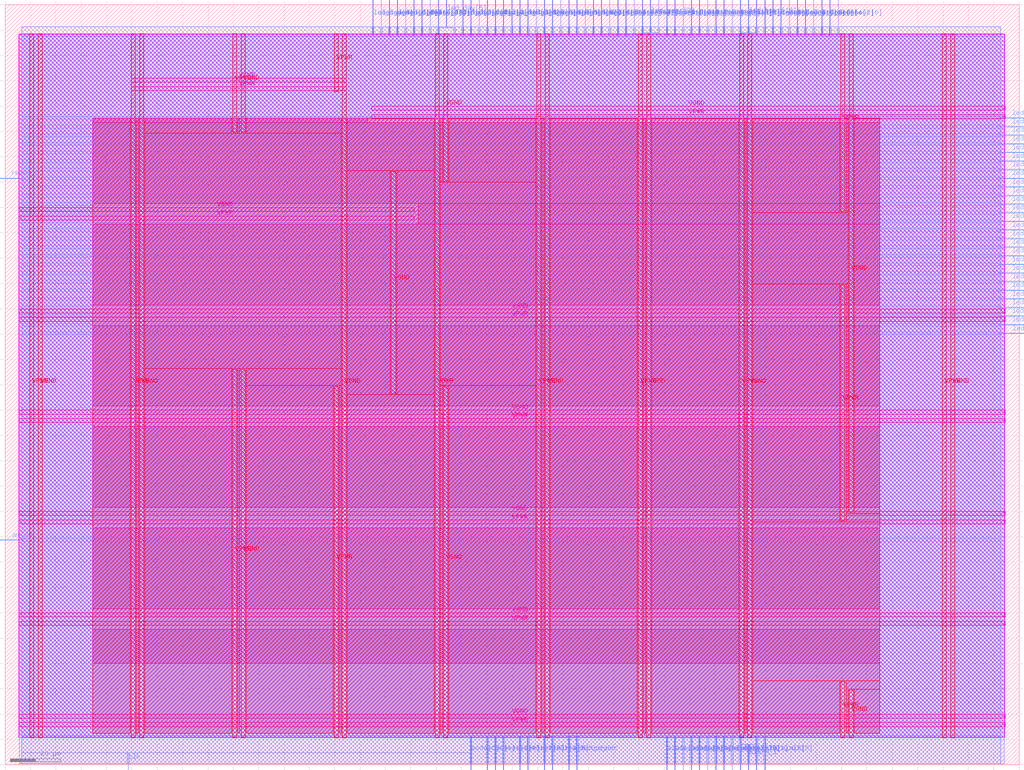
<source format=lef>
VERSION 5.7 ;
  NOWIREEXTENSIONATPIN ON ;
  DIVIDERCHAR "/" ;
  BUSBITCHARS "[]" ;
MACRO clock_century
  CLASS BLOCK ;
  FOREIGN clock_century ;
  ORIGIN 0.000 0.000 ;
  SIZE 400.000 BY 300.000 ;
  PIN VGND
    DIRECTION INOUT ;
    USE GROUND ;
    PORT
      LAYER met4 ;
        RECT 13.020 10.640 14.620 288.560 ;
    END
    PORT
      LAYER met4 ;
        RECT 53.020 10.640 54.620 288.560 ;
    END
    PORT
      LAYER met4 ;
        RECT 93.020 10.640 94.620 155.995 ;
    END
    PORT
      LAYER met4 ;
        RECT 93.020 249.685 94.620 288.560 ;
    END
    PORT
      LAYER met4 ;
        RECT 133.020 10.640 134.620 288.560 ;
    END
    PORT
      LAYER met4 ;
        RECT 173.020 10.640 174.620 149.380 ;
    END
    PORT
      LAYER met4 ;
        RECT 173.020 230.460 174.620 288.560 ;
    END
    PORT
      LAYER met4 ;
        RECT 213.020 10.640 214.620 288.560 ;
    END
    PORT
      LAYER met4 ;
        RECT 253.020 10.640 254.620 288.560 ;
    END
    PORT
      LAYER met4 ;
        RECT 293.020 10.640 294.620 288.560 ;
    END
    PORT
      LAYER met4 ;
        RECT 333.020 10.640 334.620 29.380 ;
    END
    PORT
      LAYER met4 ;
        RECT 333.020 99.580 334.620 288.560 ;
    END
    PORT
      LAYER met4 ;
        RECT 373.020 10.640 374.620 288.560 ;
    END
    PORT
      LAYER met5 ;
        RECT 5.280 18.380 394.460 19.980 ;
    END
    PORT
      LAYER met5 ;
        RECT 5.280 58.380 394.460 59.980 ;
    END
    PORT
      LAYER met5 ;
        RECT 5.280 98.380 394.460 99.980 ;
    END
    PORT
      LAYER met5 ;
        RECT 5.280 138.380 394.460 139.980 ;
    END
    PORT
      LAYER met5 ;
        RECT 5.280 178.380 394.460 179.980 ;
    END
    PORT
      LAYER met5 ;
        RECT 5.280 218.380 161.420 219.980 ;
    END
    PORT
      LAYER met5 ;
        RECT 144.600 258.380 394.460 259.980 ;
    END
    PORT
      LAYER met4 ;
        RECT 152.380 146.640 153.980 234.160 ;
    END
    PORT
      LAYER met5 ;
        RECT 49.720 269.500 134.620 271.100 ;
    END
  END VGND
  PIN VPWR
    DIRECTION INOUT ;
    USE POWER ;
    PORT
      LAYER met4 ;
        RECT 9.720 10.640 11.320 288.560 ;
    END
    PORT
      LAYER met4 ;
        RECT 49.720 10.640 51.320 288.560 ;
    END
    PORT
      LAYER met4 ;
        RECT 89.720 10.640 91.320 155.995 ;
    END
    PORT
      LAYER met4 ;
        RECT 89.720 249.685 91.320 288.560 ;
    END
    PORT
      LAYER met4 ;
        RECT 129.720 10.640 131.320 149.380 ;
    END
    PORT
      LAYER met4 ;
        RECT 129.720 265.820 131.320 288.560 ;
    END
    PORT
      LAYER met4 ;
        RECT 169.720 10.640 171.320 288.560 ;
    END
    PORT
      LAYER met4 ;
        RECT 209.720 10.640 211.320 288.560 ;
    END
    PORT
      LAYER met4 ;
        RECT 249.720 10.640 251.320 288.560 ;
    END
    PORT
      LAYER met4 ;
        RECT 289.720 10.640 291.320 288.560 ;
    END
    PORT
      LAYER met4 ;
        RECT 329.720 10.640 331.320 32.680 ;
    END
    PORT
      LAYER met4 ;
        RECT 329.720 96.280 331.320 189.315 ;
    END
    PORT
      LAYER met4 ;
        RECT 329.720 218.405 331.320 288.560 ;
    END
    PORT
      LAYER met4 ;
        RECT 369.720 10.640 371.320 288.560 ;
    END
    PORT
      LAYER met5 ;
        RECT 5.280 15.080 394.460 16.680 ;
    END
    PORT
      LAYER met5 ;
        RECT 5.280 55.080 394.460 56.680 ;
    END
    PORT
      LAYER met5 ;
        RECT 5.280 95.080 394.460 96.680 ;
    END
    PORT
      LAYER met5 ;
        RECT 5.280 135.080 394.460 136.680 ;
    END
    PORT
      LAYER met5 ;
        RECT 5.280 175.080 394.460 176.680 ;
    END
    PORT
      LAYER met5 ;
        RECT 5.280 215.080 161.420 216.680 ;
    END
    PORT
      LAYER met5 ;
        RECT 144.600 255.080 394.460 256.680 ;
    END
    PORT
      LAYER met5 ;
        RECT 49.720 266.100 134.620 267.700 ;
    END
  END VPWR
  PIN alarm_hour[0]
    DIRECTION INPUT ;
    USE SIGNAL ;
    ANTENNAGATEAREA 0.631200 ;
    ANTENNADIFFAREA 0.434700 ;
    PORT
      LAYER met2 ;
        RECT 260.980 -2.000 261.120 11.260 ;
    END
  END alarm_hour[0]
  PIN alarm_hour[1]
    DIRECTION INPUT ;
    USE SIGNAL ;
    ANTENNAGATEAREA 0.631200 ;
    ANTENNADIFFAREA 0.434700 ;
    PORT
      LAYER met2 ;
        RECT 280.300 -2.000 280.440 11.260 ;
    END
  END alarm_hour[1]
  PIN alarm_hour[2]
    DIRECTION INPUT ;
    USE SIGNAL ;
    ANTENNAGATEAREA 0.631200 ;
    ANTENNADIFFAREA 0.434700 ;
    PORT
      LAYER met2 ;
        RECT 283.520 -2.000 283.660 11.260 ;
    END
  END alarm_hour[2]
  PIN alarm_hour[3]
    DIRECTION INPUT ;
    USE SIGNAL ;
    ANTENNAGATEAREA 0.631200 ;
    ANTENNADIFFAREA 0.434700 ;
    PORT
      LAYER met2 ;
        RECT 277.080 -2.000 277.220 11.260 ;
    END
  END alarm_hour[3]
  PIN alarm_hour[4]
    DIRECTION INPUT ;
    USE SIGNAL ;
    ANTENNAGATEAREA 0.631200 ;
    ANTENNADIFFAREA 0.434700 ;
    PORT
      LAYER met2 ;
        RECT 273.860 -2.000 274.000 11.260 ;
    END
  END alarm_hour[4]
  PIN alarm_i
    DIRECTION INPUT ;
    USE SIGNAL ;
    ANTENNAGATEAREA 0.631200 ;
    ANTENNADIFFAREA 0.434700 ;
    PORT
      LAYER met2 ;
        RECT 293.180 -2.000 293.320 7.890 ;
    END
  END alarm_i
  PIN alarm_min[0]
    DIRECTION INPUT ;
    USE SIGNAL ;
    ANTENNAGATEAREA 0.631200 ;
    ANTENNADIFFAREA 0.434700 ;
    PORT
      LAYER met2 ;
        RECT 299.620 -2.000 299.760 11.260 ;
    END
  END alarm_min[0]
  PIN alarm_min[1]
    DIRECTION INPUT ;
    USE SIGNAL ;
    ANTENNAGATEAREA 0.631200 ;
    ANTENNADIFFAREA 0.434700 ;
    PORT
      LAYER met2 ;
        RECT 289.960 -2.000 290.100 11.260 ;
    END
  END alarm_min[1]
  PIN alarm_min[2]
    DIRECTION INPUT ;
    USE SIGNAL ;
    ANTENNAGATEAREA 0.631200 ;
    ANTENNADIFFAREA 0.434700 ;
    PORT
      LAYER met2 ;
        RECT 296.400 -2.000 296.540 11.260 ;
    END
  END alarm_min[2]
  PIN alarm_min[3]
    DIRECTION INPUT ;
    USE SIGNAL ;
    ANTENNAGATEAREA 0.631200 ;
    ANTENNADIFFAREA 0.434700 ;
    PORT
      LAYER met2 ;
        RECT 286.740 -2.000 286.880 11.260 ;
    END
  END alarm_min[3]
  PIN alarm_min[4]
    DIRECTION INPUT ;
    USE SIGNAL ;
    ANTENNAGATEAREA 0.631200 ;
    ANTENNADIFFAREA 0.434700 ;
    PORT
      LAYER met2 ;
        RECT 267.420 -2.000 267.560 11.260 ;
    END
  END alarm_min[4]
  PIN alarm_min[5]
    DIRECTION INPUT ;
    USE SIGNAL ;
    ANTENNAGATEAREA 0.631200 ;
    ANTENNADIFFAREA 0.434700 ;
    PORT
      LAYER met2 ;
        RECT 264.200 -2.000 264.340 11.260 ;
    END
  END alarm_min[5]
  PIN alarm_o
    DIRECTION OUTPUT ;
    USE SIGNAL ;
    ANTENNADIFFAREA 0.445500 ;
    PORT
      LAYER met2 ;
        RECT 270.640 -2.000 270.780 11.260 ;
    END
  END alarm_o
  PIN am_pm
    DIRECTION INPUT ;
    USE SIGNAL ;
    ANTENNAGATEAREA 0.631200 ;
    ANTENNADIFFAREA 0.434700 ;
    PORT
      LAYER met3 ;
        RECT -2.000 88.590 6.990 88.890 ;
    END
  END am_pm
  PIN button_dec
    DIRECTION INPUT ;
    USE SIGNAL ;
    ANTENNAGATEAREA 0.631200 ;
    ANTENNADIFFAREA 0.434700 ;
    PORT
      LAYER met2 ;
        RECT 225.560 -2.000 225.700 11.260 ;
    END
  END button_dec
  PIN button_inc
    DIRECTION INPUT ;
    USE SIGNAL ;
    ANTENNAGATEAREA 0.631200 ;
    ANTENNADIFFAREA 0.434700 ;
    PORT
      LAYER met2 ;
        RECT 222.340 -2.000 222.480 11.260 ;
    END
  END button_inc
  PIN clk
    DIRECTION INPUT ;
    USE SIGNAL ;
    ANTENNAGATEAREA 1.286700 ;
    ANTENNADIFFAREA 0.434700 ;
    PORT
      LAYER met2 ;
        RECT 48.460 -2.000 48.600 4.490 ;
    END
  END clk
  PIN led_day[0]
    DIRECTION OUTPUT ;
    USE SIGNAL ;
    ANTENNADIFFAREA 0.445500 ;
    PORT
      LAYER met2 ;
        RECT 145.060 287.940 145.200 302.000 ;
    END
  END led_day[0]
  PIN led_day[10]
    DIRECTION OUTPUT ;
    USE SIGNAL ;
    ANTENNADIFFAREA 0.445500 ;
    PORT
      LAYER met2 ;
        RECT 180.480 287.940 180.620 302.000 ;
    END
  END led_day[10]
  PIN led_day[11]
    DIRECTION OUTPUT ;
    USE SIGNAL ;
    ANTENNADIFFAREA 0.445500 ;
    PORT
      LAYER met2 ;
        RECT 157.940 287.940 158.080 302.000 ;
    END
  END led_day[11]
  PIN led_day[12]
    DIRECTION OUTPUT ;
    USE SIGNAL ;
    ANTENNADIFFAREA 0.445500 ;
    PORT
      LAYER met2 ;
        RECT 203.020 287.940 203.160 302.000 ;
    END
  END led_day[12]
  PIN led_day[13]
    DIRECTION OUTPUT ;
    USE SIGNAL ;
    ANTENNADIFFAREA 0.445500 ;
    PORT
      LAYER met2 ;
        RECT 164.380 287.940 164.520 302.000 ;
    END
  END led_day[13]
  PIN led_day[1]
    DIRECTION OUTPUT ;
    USE SIGNAL ;
    ANTENNADIFFAREA 0.445500 ;
    PORT
      LAYER met2 ;
        RECT 183.700 287.940 183.840 302.000 ;
    END
  END led_day[1]
  PIN led_day[2]
    DIRECTION OUTPUT ;
    USE SIGNAL ;
    ANTENNADIFFAREA 0.445500 ;
    PORT
      LAYER met2 ;
        RECT 154.720 287.940 154.860 302.000 ;
    END
  END led_day[2]
  PIN led_day[3]
    DIRECTION OUTPUT ;
    USE SIGNAL ;
    ANTENNADIFFAREA 0.445500 ;
    PORT
      LAYER met2 ;
        RECT 170.820 287.940 170.960 302.000 ;
    END
  END led_day[3]
  PIN led_day[4]
    DIRECTION OUTPUT ;
    USE SIGNAL ;
    ANTENNADIFFAREA 0.445500 ;
    PORT
      LAYER met2 ;
        RECT 186.920 287.940 187.060 302.000 ;
    END
  END led_day[4]
  PIN led_day[5]
    DIRECTION OUTPUT ;
    USE SIGNAL ;
    ANTENNADIFFAREA 0.445500 ;
    PORT
      LAYER met2 ;
        RECT 174.040 291.310 174.180 302.000 ;
    END
  END led_day[5]
  PIN led_day[6]
    DIRECTION OUTPUT ;
    USE SIGNAL ;
    ANTENNADIFFAREA 0.445500 ;
    PORT
      LAYER met2 ;
        RECT 193.360 287.940 193.500 302.000 ;
    END
  END led_day[6]
  PIN led_day[7]
    DIRECTION OUTPUT ;
    USE SIGNAL ;
    ANTENNADIFFAREA 0.445500 ;
    PORT
      LAYER met2 ;
        RECT 167.600 287.940 167.740 302.000 ;
    END
  END led_day[7]
  PIN led_day[8]
    DIRECTION OUTPUT ;
    USE SIGNAL ;
    ANTENNADIFFAREA 0.445500 ;
    PORT
      LAYER met2 ;
        RECT 177.260 287.940 177.400 302.000 ;
    END
  END led_day[8]
  PIN led_day[9]
    DIRECTION OUTPUT ;
    USE SIGNAL ;
    ANTENNADIFFAREA 0.445500 ;
    PORT
      LAYER met2 ;
        RECT 190.140 287.940 190.280 302.000 ;
    END
  END led_day[9]
  PIN led_hour[0]
    DIRECTION OUTPUT ;
    USE SIGNAL ;
    ANTENNADIFFAREA 0.445500 ;
    PORT
      LAYER met2 ;
        RECT 328.600 287.940 328.740 302.000 ;
    END
  END led_hour[0]
  PIN led_hour[10]
    DIRECTION OUTPUT ;
    USE SIGNAL ;
    ANTENNADIFFAREA 0.445500 ;
    PORT
      LAYER met2 ;
        RECT 309.280 287.940 309.420 302.000 ;
    END
  END led_hour[10]
  PIN led_hour[11]
    DIRECTION OUTPUT ;
    USE SIGNAL ;
    ANTENNADIFFAREA 0.445500 ;
    PORT
      LAYER met2 ;
        RECT 296.400 287.940 296.540 302.000 ;
    END
  END led_hour[11]
  PIN led_hour[12]
    DIRECTION OUTPUT ;
    USE SIGNAL ;
    ANTENNADIFFAREA 0.445500 ;
    PORT
      LAYER met2 ;
        RECT 283.520 287.940 283.660 302.000 ;
    END
  END led_hour[12]
  PIN led_hour[13]
    DIRECTION OUTPUT ;
    USE SIGNAL ;
    ANTENNADIFFAREA 0.445500 ;
    PORT
      LAYER met2 ;
        RECT 293.180 289.270 293.320 302.000 ;
    END
  END led_hour[13]
  PIN led_hour[1]
    DIRECTION OUTPUT ;
    USE SIGNAL ;
    ANTENNADIFFAREA 0.445500 ;
    PORT
      LAYER met2 ;
        RECT 264.200 287.940 264.340 302.000 ;
    END
  END led_hour[1]
  PIN led_hour[2]
    DIRECTION OUTPUT ;
    USE SIGNAL ;
    ANTENNADIFFAREA 0.445500 ;
    PORT
      LAYER met2 ;
        RECT 306.060 287.940 306.200 302.000 ;
    END
  END led_hour[2]
  PIN led_hour[3]
    DIRECTION OUTPUT ;
    USE SIGNAL ;
    ANTENNADIFFAREA 0.445500 ;
    PORT
      LAYER met2 ;
        RECT 267.420 287.940 267.560 302.000 ;
    END
  END led_hour[3]
  PIN led_hour[4]
    DIRECTION OUTPUT ;
    USE SIGNAL ;
    ANTENNADIFFAREA 0.445500 ;
    PORT
      LAYER met2 ;
        RECT 302.840 287.940 302.980 302.000 ;
    END
  END led_hour[4]
  PIN led_hour[5]
    DIRECTION OUTPUT ;
    USE SIGNAL ;
    ANTENNADIFFAREA 0.445500 ;
    PORT
      LAYER met2 ;
        RECT 270.640 287.940 270.780 302.000 ;
    END
  END led_hour[5]
  PIN led_hour[6]
    DIRECTION OUTPUT ;
    USE SIGNAL ;
    ANTENNADIFFAREA 0.445500 ;
    PORT
      LAYER met2 ;
        RECT 299.620 287.940 299.760 302.000 ;
    END
  END led_hour[6]
  PIN led_hour[7]
    DIRECTION OUTPUT ;
    USE SIGNAL ;
    ANTENNADIFFAREA 0.445500 ;
    PORT
      LAYER met2 ;
        RECT 273.860 287.940 274.000 302.000 ;
    END
  END led_hour[7]
  PIN led_hour[8]
    DIRECTION OUTPUT ;
    USE SIGNAL ;
    ANTENNADIFFAREA 0.445500 ;
    PORT
      LAYER met2 ;
        RECT 277.080 287.940 277.220 302.000 ;
    END
  END led_hour[8]
  PIN led_hour[9]
    DIRECTION OUTPUT ;
    USE SIGNAL ;
    ANTENNADIFFAREA 0.445500 ;
    PORT
      LAYER met2 ;
        RECT 280.300 287.940 280.440 302.000 ;
    END
  END led_hour[9]
  PIN led_min[0]
    DIRECTION OUTPUT ;
    USE SIGNAL ;
    ANTENNADIFFAREA 0.445500 ;
    PORT
      LAYER met2 ;
        RECT 286.740 287.940 286.880 302.000 ;
    END
  END led_min[0]
  PIN led_min[10]
    DIRECTION OUTPUT ;
    USE SIGNAL ;
    ANTENNADIFFAREA 0.445500 ;
    PORT
      LAYER met3 ;
        RECT 392.290 255.190 402.000 255.490 ;
    END
  END led_min[10]
  PIN led_min[11]
    DIRECTION OUTPUT ;
    USE SIGNAL ;
    ANTENNADIFFAREA 0.445500 ;
    PORT
      LAYER met3 ;
        RECT 392.290 238.190 402.000 238.490 ;
    END
  END led_min[11]
  PIN led_min[12]
    DIRECTION OUTPUT ;
    USE SIGNAL ;
    ANTENNADIFFAREA 0.445500 ;
    PORT
      LAYER met3 ;
        RECT 392.750 170.190 402.000 170.490 ;
    END
  END led_min[12]
  PIN led_min[13]
    DIRECTION OUTPUT ;
    USE SIGNAL ;
    ANTENNADIFFAREA 0.445500 ;
    PORT
      LAYER met3 ;
        RECT 392.290 210.990 402.000 211.290 ;
    END
  END led_min[13]
  PIN led_min[1]
    DIRECTION OUTPUT ;
    USE SIGNAL ;
    ANTENNADIFFAREA 0.445500 ;
    PORT
      LAYER met2 ;
        RECT 289.960 287.940 290.100 302.000 ;
    END
  END led_min[1]
  PIN led_min[2]
    DIRECTION OUTPUT ;
    USE SIGNAL ;
    ANTENNADIFFAREA 0.445500 ;
    PORT
      LAYER met3 ;
        RECT 392.290 176.990 402.000 177.290 ;
    END
  END led_min[2]
  PIN led_min[3]
    DIRECTION OUTPUT ;
    USE SIGNAL ;
    ANTENNADIFFAREA 0.445500 ;
    PORT
      LAYER met3 ;
        RECT 392.290 217.790 402.000 218.090 ;
    END
  END led_min[3]
  PIN led_min[4]
    DIRECTION OUTPUT ;
    USE SIGNAL ;
    ANTENNADIFFAREA 0.445500 ;
    PORT
      LAYER met3 ;
        RECT 392.290 244.990 402.000 245.290 ;
    END
  END led_min[4]
  PIN led_min[5]
    DIRECTION OUTPUT ;
    USE SIGNAL ;
    ANTENNADIFFAREA 0.445500 ;
    PORT
      LAYER met3 ;
        RECT 392.290 224.590 402.000 224.890 ;
    END
  END led_min[5]
  PIN led_min[6]
    DIRECTION OUTPUT ;
    USE SIGNAL ;
    ANTENNADIFFAREA 0.445500 ;
    PORT
      LAYER met3 ;
        RECT 392.290 197.390 402.000 197.690 ;
    END
  END led_min[6]
  PIN led_min[7]
    DIRECTION OUTPUT ;
    USE SIGNAL ;
    ANTENNADIFFAREA 0.445500 ;
    PORT
      LAYER met3 ;
        RECT 392.290 183.790 402.000 184.090 ;
    END
  END led_min[7]
  PIN led_min[8]
    DIRECTION OUTPUT ;
    USE SIGNAL ;
    ANTENNADIFFAREA 0.445500 ;
    PORT
      LAYER met3 ;
        RECT 392.290 193.990 402.000 194.290 ;
    END
  END led_min[8]
  PIN led_min[9]
    DIRECTION OUTPUT ;
    USE SIGNAL ;
    ANTENNADIFFAREA 0.445500 ;
    PORT
      LAYER met3 ;
        RECT 392.290 227.990 402.000 228.290 ;
    END
  END led_min[9]
  PIN led_month[0]
    DIRECTION OUTPUT ;
    USE SIGNAL ;
    ANTENNADIFFAREA 0.445500 ;
    PORT
      LAYER met2 ;
        RECT 206.240 287.940 206.380 302.000 ;
    END
  END led_month[0]
  PIN led_month[10]
    DIRECTION OUTPUT ;
    USE SIGNAL ;
    ANTENNADIFFAREA 0.445500 ;
    PORT
      LAYER met2 ;
        RECT 151.500 287.940 151.640 302.000 ;
    END
  END led_month[10]
  PIN led_month[11]
    DIRECTION OUTPUT ;
    USE SIGNAL ;
    ANTENNADIFFAREA 0.445500 ;
    PORT
      LAYER met2 ;
        RECT 228.780 287.940 228.920 302.000 ;
    END
  END led_month[11]
  PIN led_month[12]
    DIRECTION OUTPUT ;
    USE SIGNAL ;
    ANTENNADIFFAREA 0.445500 ;
    PORT
      LAYER met2 ;
        RECT 222.340 287.940 222.480 302.000 ;
    END
  END led_month[12]
  PIN led_month[13]
    DIRECTION OUTPUT ;
    USE SIGNAL ;
    ANTENNADIFFAREA 0.445500 ;
    PORT
      LAYER met2 ;
        RECT 232.000 287.940 232.140 302.000 ;
    END
  END led_month[13]
  PIN led_month[1]
    DIRECTION OUTPUT ;
    USE SIGNAL ;
    ANTENNADIFFAREA 0.445500 ;
    PORT
      LAYER met2 ;
        RECT 209.460 287.940 209.600 302.000 ;
    END
  END led_month[1]
  PIN led_month[2]
    DIRECTION OUTPUT ;
    USE SIGNAL ;
    ANTENNADIFFAREA 0.445500 ;
    PORT
      LAYER met2 ;
        RECT 212.680 287.940 212.820 302.000 ;
    END
  END led_month[2]
  PIN led_month[3]
    DIRECTION OUTPUT ;
    USE SIGNAL ;
    ANTENNADIFFAREA 0.445500 ;
    PORT
      LAYER met2 ;
        RECT 161.160 287.940 161.300 302.000 ;
    END
  END led_month[3]
  PIN led_month[4]
    DIRECTION OUTPUT ;
    USE SIGNAL ;
    ANTENNADIFFAREA 0.445500 ;
    PORT
      LAYER met2 ;
        RECT 199.800 287.940 199.940 302.000 ;
    END
  END led_month[4]
  PIN led_month[5]
    DIRECTION OUTPUT ;
    USE SIGNAL ;
    ANTENNADIFFAREA 0.445500 ;
    PORT
      LAYER met2 ;
        RECT 148.280 287.940 148.420 302.000 ;
    END
  END led_month[5]
  PIN led_month[6]
    DIRECTION OUTPUT ;
    USE SIGNAL ;
    ANTENNADIFFAREA 0.445500 ;
    PORT
      LAYER met2 ;
        RECT 215.900 287.940 216.040 302.000 ;
    END
  END led_month[6]
  PIN led_month[7]
    DIRECTION OUTPUT ;
    USE SIGNAL ;
    ANTENNADIFFAREA 0.445500 ;
    PORT
      LAYER met2 ;
        RECT 196.580 287.940 196.720 302.000 ;
    END
  END led_month[7]
  PIN led_month[8]
    DIRECTION OUTPUT ;
    USE SIGNAL ;
    ANTENNADIFFAREA 0.445500 ;
    PORT
      LAYER met2 ;
        RECT 219.120 287.940 219.260 302.000 ;
    END
  END led_month[8]
  PIN led_month[9]
    DIRECTION OUTPUT ;
    USE SIGNAL ;
    ANTENNADIFFAREA 0.445500 ;
    PORT
      LAYER met2 ;
        RECT 225.560 287.940 225.700 302.000 ;
    END
  END led_month[9]
  PIN led_sec[0]
    DIRECTION OUTPUT ;
    USE SIGNAL ;
    ANTENNADIFFAREA 0.445500 ;
    PORT
      LAYER met3 ;
        RECT 392.290 251.790 402.000 252.090 ;
    END
  END led_sec[0]
  PIN led_sec[10]
    DIRECTION OUTPUT ;
    USE SIGNAL ;
    ANTENNADIFFAREA 0.445500 ;
    PORT
      LAYER met3 ;
        RECT 392.290 231.390 402.000 231.690 ;
    END
  END led_sec[10]
  PIN led_sec[11]
    DIRECTION OUTPUT ;
    USE SIGNAL ;
    ANTENNADIFFAREA 0.445500 ;
    PORT
      LAYER met3 ;
        RECT 392.290 248.390 402.000 248.690 ;
    END
  END led_sec[11]
  PIN led_sec[12]
    DIRECTION OUTPUT ;
    USE SIGNAL ;
    ANTENNADIFFAREA 0.445500 ;
    PORT
      LAYER met3 ;
        RECT 392.290 234.790 402.000 235.090 ;
    END
  END led_sec[12]
  PIN led_sec[13]
    DIRECTION OUTPUT ;
    USE SIGNAL ;
    ANTENNADIFFAREA 0.445500 ;
    PORT
      LAYER met3 ;
        RECT 392.290 200.790 402.000 201.090 ;
    END
  END led_sec[13]
  PIN led_sec[1]
    DIRECTION OUTPUT ;
    USE SIGNAL ;
    ANTENNADIFFAREA 0.445500 ;
    PORT
      LAYER met3 ;
        RECT 392.290 173.590 402.000 173.890 ;
    END
  END led_sec[1]
  PIN led_sec[2]
    DIRECTION OUTPUT ;
    USE SIGNAL ;
    ANTENNADIFFAREA 0.445500 ;
    PORT
      LAYER met3 ;
        RECT 392.290 221.190 402.000 221.490 ;
    END
  END led_sec[2]
  PIN led_sec[3]
    DIRECTION OUTPUT ;
    USE SIGNAL ;
    ANTENNADIFFAREA 0.445500 ;
    PORT
      LAYER met3 ;
        RECT 392.290 187.190 402.000 187.490 ;
    END
  END led_sec[3]
  PIN led_sec[4]
    DIRECTION OUTPUT ;
    USE SIGNAL ;
    ANTENNADIFFAREA 0.445500 ;
    PORT
      LAYER met3 ;
        RECT 392.290 241.590 402.000 241.890 ;
    END
  END led_sec[4]
  PIN led_sec[5]
    DIRECTION OUTPUT ;
    USE SIGNAL ;
    ANTENNADIFFAREA 0.445500 ;
    PORT
      LAYER met3 ;
        RECT 392.290 214.390 402.000 214.690 ;
    END
  END led_sec[5]
  PIN led_sec[6]
    DIRECTION OUTPUT ;
    USE SIGNAL ;
    ANTENNADIFFAREA 0.445500 ;
    PORT
      LAYER met3 ;
        RECT 392.290 190.590 402.000 190.890 ;
    END
  END led_sec[6]
  PIN led_sec[7]
    DIRECTION OUTPUT ;
    USE SIGNAL ;
    ANTENNADIFFAREA 0.445500 ;
    PORT
      LAYER met3 ;
        RECT 392.290 180.390 402.000 180.690 ;
    END
  END led_sec[7]
  PIN led_sec[8]
    DIRECTION OUTPUT ;
    USE SIGNAL ;
    ANTENNADIFFAREA 0.445500 ;
    PORT
      LAYER met3 ;
        RECT 392.290 204.190 402.000 204.490 ;
    END
  END led_sec[8]
  PIN led_sec[9]
    DIRECTION OUTPUT ;
    USE SIGNAL ;
    ANTENNADIFFAREA 0.445500 ;
    PORT
      LAYER met3 ;
        RECT 392.290 207.590 402.000 207.890 ;
    END
  END led_sec[9]
  PIN led_year[0]
    DIRECTION OUTPUT ;
    USE SIGNAL ;
    ANTENNADIFFAREA 0.445500 ;
    PORT
      LAYER met2 ;
        RECT 235.220 287.940 235.360 302.000 ;
    END
  END led_year[0]
  PIN led_year[10]
    DIRECTION OUTPUT ;
    USE SIGNAL ;
    ANTENNADIFFAREA 0.445500 ;
    PORT
      LAYER met2 ;
        RECT 315.720 287.940 315.860 302.000 ;
    END
  END led_year[10]
  PIN led_year[11]
    DIRECTION OUTPUT ;
    USE SIGNAL ;
    ANTENNADIFFAREA 0.445500 ;
    PORT
      LAYER met2 ;
        RECT 312.500 287.940 312.640 302.000 ;
    END
  END led_year[11]
  PIN led_year[12]
    DIRECTION OUTPUT ;
    USE SIGNAL ;
    ANTENNADIFFAREA 0.445500 ;
    PORT
      LAYER met2 ;
        RECT 257.760 287.940 257.900 302.000 ;
    END
  END led_year[12]
  PIN led_year[13]
    DIRECTION OUTPUT ;
    USE SIGNAL ;
    ANTENNADIFFAREA 0.445500 ;
    PORT
      LAYER met2 ;
        RECT 260.980 287.940 261.120 302.000 ;
    END
  END led_year[13]
  PIN led_year[1]
    DIRECTION OUTPUT ;
    USE SIGNAL ;
    ANTENNADIFFAREA 0.445500 ;
    PORT
      LAYER met2 ;
        RECT 238.440 287.940 238.580 302.000 ;
    END
  END led_year[1]
  PIN led_year[2]
    DIRECTION OUTPUT ;
    USE SIGNAL ;
    ANTENNADIFFAREA 0.445500 ;
    PORT
      LAYER met2 ;
        RECT 325.380 287.940 325.520 302.000 ;
    END
  END led_year[2]
  PIN led_year[3]
    DIRECTION OUTPUT ;
    USE SIGNAL ;
    ANTENNADIFFAREA 0.445500 ;
    PORT
      LAYER met2 ;
        RECT 241.660 287.940 241.800 302.000 ;
    END
  END led_year[3]
  PIN led_year[4]
    DIRECTION OUTPUT ;
    USE SIGNAL ;
    ANTENNADIFFAREA 0.445500 ;
    PORT
      LAYER met2 ;
        RECT 322.160 287.940 322.300 302.000 ;
    END
  END led_year[4]
  PIN led_year[5]
    DIRECTION OUTPUT ;
    USE SIGNAL ;
    ANTENNADIFFAREA 0.445500 ;
    PORT
      LAYER met2 ;
        RECT 244.880 287.940 245.020 302.000 ;
    END
  END led_year[5]
  PIN led_year[6]
    DIRECTION OUTPUT ;
    USE SIGNAL ;
    ANTENNADIFFAREA 0.445500 ;
    PORT
      LAYER met2 ;
        RECT 318.940 287.940 319.080 302.000 ;
    END
  END led_year[6]
  PIN led_year[7]
    DIRECTION OUTPUT ;
    USE SIGNAL ;
    ANTENNADIFFAREA 0.445500 ;
    PORT
      LAYER met2 ;
        RECT 248.100 287.940 248.240 302.000 ;
    END
  END led_year[7]
  PIN led_year[8]
    DIRECTION OUTPUT ;
    USE SIGNAL ;
    ANTENNADIFFAREA 0.445500 ;
    PORT
      LAYER met2 ;
        RECT 251.320 287.940 251.460 302.000 ;
    END
  END led_year[8]
  PIN led_year[9]
    DIRECTION OUTPUT ;
    USE SIGNAL ;
    ANTENNADIFFAREA 0.445500 ;
    PORT
      LAYER met2 ;
        RECT 254.540 289.270 254.680 302.000 ;
    END
  END led_year[9]
  PIN mode[0]
    DIRECTION INPUT ;
    USE SIGNAL ;
    ANTENNAGATEAREA 0.631200 ;
    ANTENNADIFFAREA 0.434700 ;
    PORT
      LAYER met2 ;
        RECT 183.700 -2.000 183.840 11.260 ;
    END
  END mode[0]
  PIN mode[1]
    DIRECTION INPUT ;
    USE SIGNAL ;
    ANTENNAGATEAREA 0.631200 ;
    ANTENNADIFFAREA 0.434700 ;
    PORT
      LAYER met2 ;
        RECT 190.140 -2.000 190.280 11.260 ;
    END
  END mode[1]
  PIN reset_n
    DIRECTION INPUT ;
    USE SIGNAL ;
    ANTENNAGATEAREA 0.631200 ;
    ANTENNADIFFAREA 0.434700 ;
    PORT
      LAYER met3 ;
        RECT -2.000 231.390 6.530 231.690 ;
    END
  END reset_n
  PIN select[0]
    DIRECTION INPUT ;
    USE SIGNAL ;
    ANTENNAGATEAREA 0.631200 ;
    ANTENNADIFFAREA 0.434700 ;
    PORT
      LAYER met2 ;
        RECT 193.360 -2.000 193.500 11.260 ;
    END
  END select[0]
  PIN select[1]
    DIRECTION INPUT ;
    USE SIGNAL ;
    ANTENNAGATEAREA 0.631200 ;
    ANTENNADIFFAREA 0.434700 ;
    PORT
      LAYER met2 ;
        RECT 196.580 -2.000 196.720 11.260 ;
    END
  END select[1]
  PIN select[2]
    DIRECTION INPUT ;
    USE SIGNAL ;
    ANTENNAGATEAREA 0.631200 ;
    ANTENNADIFFAREA 0.434700 ;
    PORT
      LAYER met2 ;
        RECT 203.020 -2.000 203.160 11.260 ;
    END
  END select[2]
  PIN select[3]
    DIRECTION INPUT ;
    USE SIGNAL ;
    ANTENNAGATEAREA 0.631200 ;
    ANTENNADIFFAREA 0.434700 ;
    PORT
      LAYER met2 ;
        RECT 206.240 -2.000 206.380 11.260 ;
    END
  END select[3]
  PIN select[4]
    DIRECTION INPUT ;
    USE SIGNAL ;
    ANTENNAGATEAREA 0.631200 ;
    ANTENNADIFFAREA 0.434700 ;
    PORT
      LAYER met2 ;
        RECT 212.680 -2.000 212.820 11.260 ;
    END
  END select[4]
  PIN select[5]
    DIRECTION INPUT ;
    USE SIGNAL ;
    ANTENNAGATEAREA 0.631200 ;
    ANTENNADIFFAREA 0.434700 ;
    PORT
      LAYER met2 ;
        RECT 215.900 -2.000 216.040 11.260 ;
    END
  END select[5]
  OBS
      LAYER nwell ;
        RECT 5.330 10.795 394.410 288.405 ;
      LAYER li1 ;
        RECT 5.520 10.795 394.220 288.405 ;
      LAYER met1 ;
        RECT 5.520 0.380 394.220 288.560 ;
      LAYER met2 ;
        RECT 6.530 287.660 144.780 291.450 ;
        RECT 145.480 287.660 148.000 291.450 ;
        RECT 148.700 287.660 151.220 291.450 ;
        RECT 151.920 287.660 154.440 291.450 ;
        RECT 155.140 287.660 157.660 291.450 ;
        RECT 158.360 287.660 160.880 291.450 ;
        RECT 161.580 287.660 164.100 291.450 ;
        RECT 164.800 287.660 167.320 291.450 ;
        RECT 168.020 287.660 170.540 291.450 ;
        RECT 171.240 291.030 173.760 291.450 ;
        RECT 174.460 291.030 176.980 291.450 ;
        RECT 171.240 287.660 176.980 291.030 ;
        RECT 177.680 287.660 180.200 291.450 ;
        RECT 180.900 287.660 183.420 291.450 ;
        RECT 184.120 287.660 186.640 291.450 ;
        RECT 187.340 287.660 189.860 291.450 ;
        RECT 190.560 287.660 193.080 291.450 ;
        RECT 193.780 287.660 196.300 291.450 ;
        RECT 197.000 287.660 199.520 291.450 ;
        RECT 200.220 287.660 202.740 291.450 ;
        RECT 203.440 287.660 205.960 291.450 ;
        RECT 206.660 287.660 209.180 291.450 ;
        RECT 209.880 287.660 212.400 291.450 ;
        RECT 213.100 287.660 215.620 291.450 ;
        RECT 216.320 287.660 218.840 291.450 ;
        RECT 219.540 287.660 222.060 291.450 ;
        RECT 222.760 287.660 225.280 291.450 ;
        RECT 225.980 287.660 228.500 291.450 ;
        RECT 229.200 287.660 231.720 291.450 ;
        RECT 232.420 287.660 234.940 291.450 ;
        RECT 235.640 287.660 238.160 291.450 ;
        RECT 238.860 287.660 241.380 291.450 ;
        RECT 242.080 287.660 244.600 291.450 ;
        RECT 245.300 287.660 247.820 291.450 ;
        RECT 248.520 287.660 251.040 291.450 ;
        RECT 251.740 288.990 254.260 291.450 ;
        RECT 254.960 288.990 257.480 291.450 ;
        RECT 251.740 287.660 257.480 288.990 ;
        RECT 258.180 287.660 260.700 291.450 ;
        RECT 261.400 287.660 263.920 291.450 ;
        RECT 264.620 287.660 267.140 291.450 ;
        RECT 267.840 287.660 270.360 291.450 ;
        RECT 271.060 287.660 273.580 291.450 ;
        RECT 274.280 287.660 276.800 291.450 ;
        RECT 277.500 287.660 280.020 291.450 ;
        RECT 280.720 287.660 283.240 291.450 ;
        RECT 283.940 287.660 286.460 291.450 ;
        RECT 287.160 287.660 289.680 291.450 ;
        RECT 290.380 288.990 292.900 291.450 ;
        RECT 293.600 288.990 296.120 291.450 ;
        RECT 290.380 287.660 296.120 288.990 ;
        RECT 296.820 287.660 299.340 291.450 ;
        RECT 300.040 287.660 302.560 291.450 ;
        RECT 303.260 287.660 305.780 291.450 ;
        RECT 306.480 287.660 309.000 291.450 ;
        RECT 309.700 287.660 312.220 291.450 ;
        RECT 312.920 287.660 315.440 291.450 ;
        RECT 316.140 287.660 318.660 291.450 ;
        RECT 319.360 287.660 321.880 291.450 ;
        RECT 322.580 287.660 325.100 291.450 ;
        RECT 325.800 287.660 328.320 291.450 ;
        RECT 329.020 287.660 392.750 291.450 ;
        RECT 6.530 11.540 392.750 287.660 ;
        RECT 6.530 4.770 183.420 11.540 ;
        RECT 6.530 0.350 48.180 4.770 ;
        RECT 48.880 0.350 183.420 4.770 ;
        RECT 184.120 0.350 189.860 11.540 ;
        RECT 190.560 0.350 193.080 11.540 ;
        RECT 193.780 0.350 196.300 11.540 ;
        RECT 197.000 0.350 202.740 11.540 ;
        RECT 203.440 0.350 205.960 11.540 ;
        RECT 206.660 0.350 212.400 11.540 ;
        RECT 213.100 0.350 215.620 11.540 ;
        RECT 216.320 0.350 222.060 11.540 ;
        RECT 222.760 0.350 225.280 11.540 ;
        RECT 225.980 0.350 260.700 11.540 ;
        RECT 261.400 0.350 263.920 11.540 ;
        RECT 264.620 0.350 267.140 11.540 ;
        RECT 267.840 0.350 270.360 11.540 ;
        RECT 271.060 0.350 273.580 11.540 ;
        RECT 274.280 0.350 276.800 11.540 ;
        RECT 277.500 0.350 280.020 11.540 ;
        RECT 280.720 0.350 283.240 11.540 ;
        RECT 283.940 0.350 286.460 11.540 ;
        RECT 287.160 0.350 289.680 11.540 ;
        RECT 290.380 8.170 296.120 11.540 ;
        RECT 290.380 0.350 292.900 8.170 ;
        RECT 293.600 0.350 296.120 8.170 ;
        RECT 296.820 0.350 299.340 11.540 ;
        RECT 300.040 0.350 392.750 11.540 ;
      LAYER met3 ;
        RECT 6.505 255.890 392.775 288.485 ;
        RECT 6.505 254.790 391.890 255.890 ;
        RECT 6.505 252.490 392.775 254.790 ;
        RECT 6.505 251.390 391.890 252.490 ;
        RECT 6.505 249.090 392.775 251.390 ;
        RECT 6.505 247.990 391.890 249.090 ;
        RECT 6.505 245.690 392.775 247.990 ;
        RECT 6.505 244.590 391.890 245.690 ;
        RECT 6.505 242.290 392.775 244.590 ;
        RECT 6.505 241.190 391.890 242.290 ;
        RECT 6.505 238.890 392.775 241.190 ;
        RECT 6.505 237.790 391.890 238.890 ;
        RECT 6.505 235.490 392.775 237.790 ;
        RECT 6.505 234.390 391.890 235.490 ;
        RECT 6.505 232.090 392.775 234.390 ;
        RECT 6.930 230.990 391.890 232.090 ;
        RECT 6.505 228.690 392.775 230.990 ;
        RECT 6.505 227.590 391.890 228.690 ;
        RECT 6.505 225.290 392.775 227.590 ;
        RECT 6.505 224.190 391.890 225.290 ;
        RECT 6.505 221.890 392.775 224.190 ;
        RECT 6.505 220.790 391.890 221.890 ;
        RECT 6.505 218.490 392.775 220.790 ;
        RECT 6.505 217.390 391.890 218.490 ;
        RECT 6.505 215.090 392.775 217.390 ;
        RECT 6.505 213.990 391.890 215.090 ;
        RECT 6.505 211.690 392.775 213.990 ;
        RECT 6.505 210.590 391.890 211.690 ;
        RECT 6.505 208.290 392.775 210.590 ;
        RECT 6.505 207.190 391.890 208.290 ;
        RECT 6.505 204.890 392.775 207.190 ;
        RECT 6.505 203.790 391.890 204.890 ;
        RECT 6.505 201.490 392.775 203.790 ;
        RECT 6.505 200.390 391.890 201.490 ;
        RECT 6.505 198.090 392.775 200.390 ;
        RECT 6.505 196.990 391.890 198.090 ;
        RECT 6.505 194.690 392.775 196.990 ;
        RECT 6.505 193.590 391.890 194.690 ;
        RECT 6.505 191.290 392.775 193.590 ;
        RECT 6.505 190.190 391.890 191.290 ;
        RECT 6.505 187.890 392.775 190.190 ;
        RECT 6.505 186.790 391.890 187.890 ;
        RECT 6.505 184.490 392.775 186.790 ;
        RECT 6.505 183.390 391.890 184.490 ;
        RECT 6.505 181.090 392.775 183.390 ;
        RECT 6.505 179.990 391.890 181.090 ;
        RECT 6.505 177.690 392.775 179.990 ;
        RECT 6.505 176.590 391.890 177.690 ;
        RECT 6.505 174.290 392.775 176.590 ;
        RECT 6.505 173.190 391.890 174.290 ;
        RECT 6.505 170.890 392.775 173.190 ;
        RECT 6.505 169.790 392.350 170.890 ;
        RECT 6.505 89.290 392.775 169.790 ;
        RECT 7.390 88.190 392.775 89.290 ;
        RECT 6.505 10.715 392.775 88.190 ;
      LAYER met4 ;
        RECT 34.620 12.415 49.320 255.220 ;
        RECT 51.720 12.415 52.620 255.220 ;
        RECT 55.020 249.285 89.320 255.220 ;
        RECT 91.720 249.285 92.620 255.220 ;
        RECT 95.020 249.285 132.620 255.220 ;
        RECT 55.020 156.395 132.620 249.285 ;
        RECT 55.020 12.415 89.320 156.395 ;
        RECT 91.720 12.415 92.620 156.395 ;
        RECT 95.020 149.780 132.620 156.395 ;
        RECT 95.020 12.415 129.320 149.780 ;
        RECT 131.720 12.415 132.620 149.780 ;
        RECT 135.020 234.560 169.320 255.220 ;
        RECT 135.020 146.240 151.980 234.560 ;
        RECT 154.380 146.240 169.320 234.560 ;
        RECT 135.020 12.415 169.320 146.240 ;
        RECT 171.720 230.060 172.620 255.220 ;
        RECT 175.020 230.060 209.320 255.220 ;
        RECT 171.720 149.780 209.320 230.060 ;
        RECT 171.720 12.415 172.620 149.780 ;
        RECT 175.020 12.415 209.320 149.780 ;
        RECT 211.720 12.415 212.620 255.220 ;
        RECT 215.020 12.415 249.320 255.220 ;
        RECT 251.720 12.415 252.620 255.220 ;
        RECT 255.020 12.415 289.320 255.220 ;
        RECT 291.720 12.415 292.620 255.220 ;
        RECT 295.020 218.005 329.320 255.220 ;
        RECT 331.720 218.005 332.620 255.220 ;
        RECT 295.020 189.715 332.620 218.005 ;
        RECT 295.020 95.880 329.320 189.715 ;
        RECT 331.720 99.180 332.620 189.715 ;
        RECT 335.020 99.180 345.000 255.220 ;
        RECT 331.720 95.880 345.000 99.180 ;
        RECT 295.020 33.080 345.000 95.880 ;
        RECT 295.020 12.415 329.320 33.080 ;
        RECT 331.720 29.780 345.000 33.080 ;
        RECT 331.720 12.415 332.620 29.780 ;
        RECT 335.020 12.415 345.000 29.780 ;
      LAYER met5 ;
        RECT 34.620 253.480 143.000 255.220 ;
        RECT 34.620 221.580 345.000 253.480 ;
        RECT 163.020 213.480 345.000 221.580 ;
        RECT 34.620 181.580 345.000 213.480 ;
        RECT 34.620 141.580 345.000 173.480 ;
        RECT 34.620 101.580 345.000 133.480 ;
        RECT 34.620 61.580 345.000 93.480 ;
        RECT 34.620 39.980 345.000 53.480 ;
  END
END clock_century
END LIBRARY


</source>
